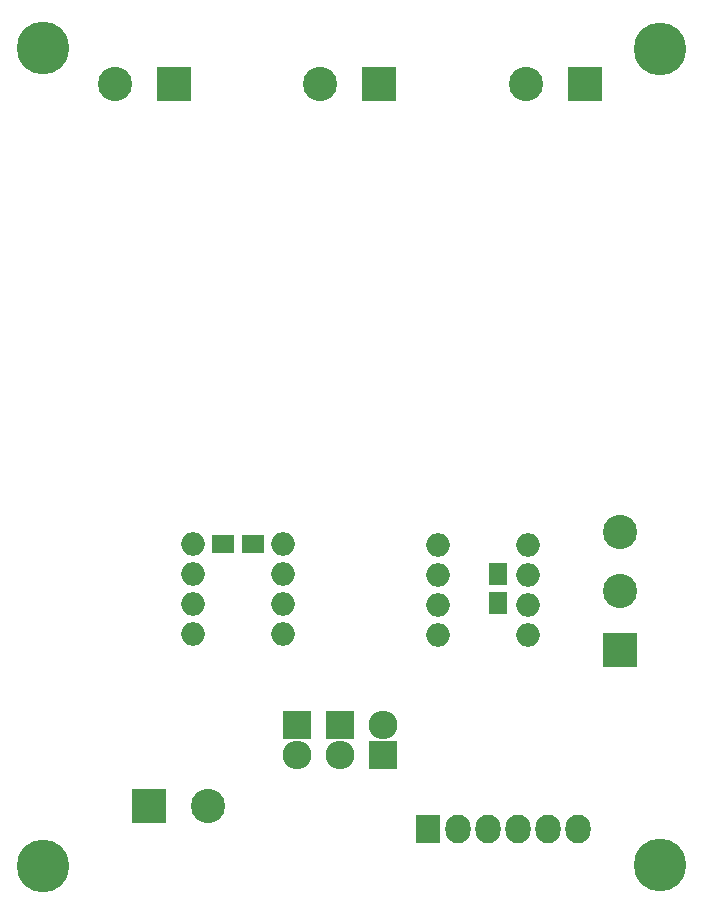
<source format=gbr>
G04 #@! TF.FileFunction,Soldermask,Bot*
%FSLAX46Y46*%
G04 Gerber Fmt 4.6, Leading zero omitted, Abs format (unit mm)*
G04 Created by KiCad (PCBNEW 4.0.6) date Sunday, 24 September 2017 'AMt' 11:09:54*
%MOMM*%
%LPD*%
G01*
G04 APERTURE LIST*
%ADD10C,0.100000*%
%ADD11C,4.464000*%
%ADD12R,2.900000X2.900000*%
%ADD13C,2.900000*%
%ADD14R,2.127200X2.432000*%
%ADD15O,2.127200X2.432000*%
%ADD16O,2.000000X2.000000*%
%ADD17R,1.900000X1.650000*%
%ADD18R,1.650000X1.900000*%
%ADD19R,2.432000X2.432000*%
%ADD20O,2.432000X2.432000*%
G04 APERTURE END LIST*
D10*
D11*
X131191000Y-31242000D03*
X183388000Y-31305500D03*
X131191000Y-100457000D03*
D12*
X177038000Y-34290000D03*
D13*
X172038000Y-34290000D03*
D14*
X163741100Y-97294700D03*
D15*
X166281100Y-97294700D03*
X168821100Y-97294700D03*
X171361100Y-97294700D03*
X173901100Y-97294700D03*
X176441100Y-97294700D03*
D12*
X159639000Y-34290000D03*
D13*
X154639000Y-34290000D03*
D12*
X142240000Y-34290000D03*
D13*
X137240000Y-34290000D03*
D12*
X140144500Y-95377000D03*
D13*
X145144500Y-95377000D03*
D16*
X143891000Y-73215500D03*
X143891000Y-75755500D03*
X143891000Y-78295500D03*
X143891000Y-80835500D03*
X151511000Y-80835500D03*
X151511000Y-78295500D03*
X151511000Y-75755500D03*
X151511000Y-73215500D03*
X164592000Y-73279000D03*
X164592000Y-75819000D03*
X164592000Y-78359000D03*
X164592000Y-80899000D03*
X172212000Y-80899000D03*
X172212000Y-78359000D03*
X172212000Y-75819000D03*
X172212000Y-73279000D03*
D17*
X148951000Y-73215500D03*
X146451000Y-73215500D03*
D18*
X169672000Y-78212000D03*
X169672000Y-75712000D03*
D11*
X183388000Y-100393500D03*
D19*
X159956500Y-91059000D03*
D20*
X159956500Y-88519000D03*
D19*
X156337000Y-88519000D03*
D20*
X156337000Y-91059000D03*
D19*
X152717500Y-88519000D03*
D20*
X152717500Y-91059000D03*
D13*
X180022500Y-72169000D03*
D12*
X180022500Y-82169000D03*
D13*
X180022500Y-77169000D03*
M02*

</source>
